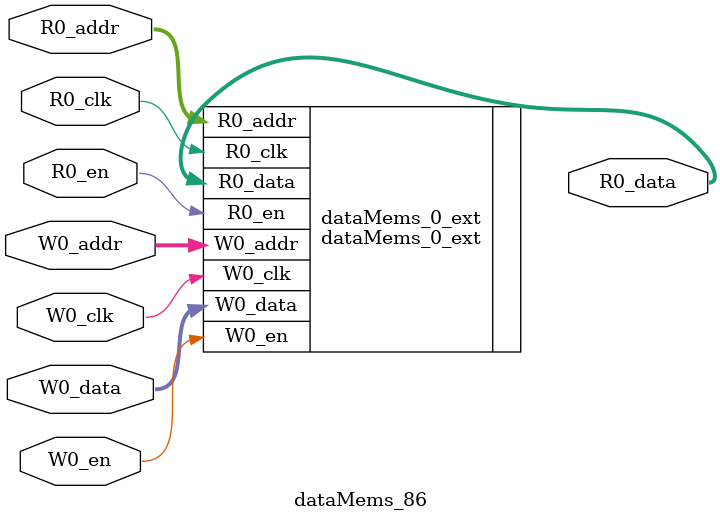
<source format=sv>
`ifndef RANDOMIZE
  `ifdef RANDOMIZE_REG_INIT
    `define RANDOMIZE
  `endif // RANDOMIZE_REG_INIT
`endif // not def RANDOMIZE
`ifndef RANDOMIZE
  `ifdef RANDOMIZE_MEM_INIT
    `define RANDOMIZE
  `endif // RANDOMIZE_MEM_INIT
`endif // not def RANDOMIZE

`ifndef RANDOM
  `define RANDOM $random
`endif // not def RANDOM

// Users can define 'PRINTF_COND' to add an extra gate to prints.
`ifndef PRINTF_COND_
  `ifdef PRINTF_COND
    `define PRINTF_COND_ (`PRINTF_COND)
  `else  // PRINTF_COND
    `define PRINTF_COND_ 1
  `endif // PRINTF_COND
`endif // not def PRINTF_COND_

// Users can define 'ASSERT_VERBOSE_COND' to add an extra gate to assert error printing.
`ifndef ASSERT_VERBOSE_COND_
  `ifdef ASSERT_VERBOSE_COND
    `define ASSERT_VERBOSE_COND_ (`ASSERT_VERBOSE_COND)
  `else  // ASSERT_VERBOSE_COND
    `define ASSERT_VERBOSE_COND_ 1
  `endif // ASSERT_VERBOSE_COND
`endif // not def ASSERT_VERBOSE_COND_

// Users can define 'STOP_COND' to add an extra gate to stop conditions.
`ifndef STOP_COND_
  `ifdef STOP_COND
    `define STOP_COND_ (`STOP_COND)
  `else  // STOP_COND
    `define STOP_COND_ 1
  `endif // STOP_COND
`endif // not def STOP_COND_

// Users can define INIT_RANDOM as general code that gets injected into the
// initializer block for modules with registers.
`ifndef INIT_RANDOM
  `define INIT_RANDOM
`endif // not def INIT_RANDOM

// If using random initialization, you can also define RANDOMIZE_DELAY to
// customize the delay used, otherwise 0.002 is used.
`ifndef RANDOMIZE_DELAY
  `define RANDOMIZE_DELAY 0.002
`endif // not def RANDOMIZE_DELAY

// Define INIT_RANDOM_PROLOG_ for use in our modules below.
`ifndef INIT_RANDOM_PROLOG_
  `ifdef RANDOMIZE
    `ifdef VERILATOR
      `define INIT_RANDOM_PROLOG_ `INIT_RANDOM
    `else  // VERILATOR
      `define INIT_RANDOM_PROLOG_ `INIT_RANDOM #`RANDOMIZE_DELAY begin end
    `endif // VERILATOR
  `else  // RANDOMIZE
    `define INIT_RANDOM_PROLOG_
  `endif // RANDOMIZE
`endif // not def INIT_RANDOM_PROLOG_

// Include register initializers in init blocks unless synthesis is set
`ifndef SYNTHESIS
  `ifndef ENABLE_INITIAL_REG_
    `define ENABLE_INITIAL_REG_
  `endif // not def ENABLE_INITIAL_REG_
`endif // not def SYNTHESIS

// Include rmemory initializers in init blocks unless synthesis is set
`ifndef SYNTHESIS
  `ifndef ENABLE_INITIAL_MEM_
    `define ENABLE_INITIAL_MEM_
  `endif // not def ENABLE_INITIAL_MEM_
`endif // not def SYNTHESIS

module dataMems_86(	// @[generators/ara/src/main/scala/UnsafeAXI4ToTL.scala:365:62]
  input  [4:0]   R0_addr,
  input          R0_en,
  input          R0_clk,
  output [130:0] R0_data,
  input  [4:0]   W0_addr,
  input          W0_en,
  input          W0_clk,
  input  [130:0] W0_data
);

  dataMems_0_ext dataMems_0_ext (	// @[generators/ara/src/main/scala/UnsafeAXI4ToTL.scala:365:62]
    .R0_addr (R0_addr),
    .R0_en   (R0_en),
    .R0_clk  (R0_clk),
    .R0_data (R0_data),
    .W0_addr (W0_addr),
    .W0_en   (W0_en),
    .W0_clk  (W0_clk),
    .W0_data (W0_data)
  );
endmodule


</source>
